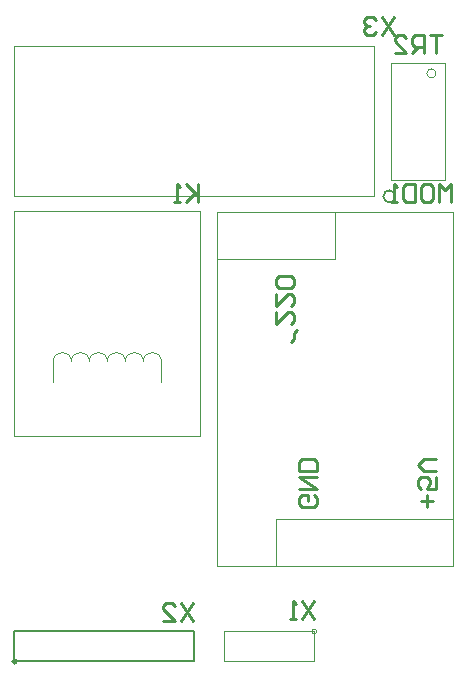
<source format=gbo>
G04*
G04 #@! TF.GenerationSoftware,Altium Limited,Altium Designer,20.2.5 (213)*
G04*
G04 Layer_Color=32896*
%FSLAX25Y25*%
%MOIN*%
G70*
G04*
G04 #@! TF.SameCoordinates,D46C28A9-7DA0-4B25-B7FC-F21E02E80399*
G04*
G04*
G04 #@! TF.FilePolarity,Positive*
G04*
G01*
G75*
%ADD10C,0.00800*%
%ADD11C,0.00400*%
%ADD13C,0.01000*%
%ADD58C,0.00200*%
D10*
X142000Y170000D02*
G03*
X142000Y170000I-2000J0D01*
G01*
X15707Y15000D02*
G03*
X15707Y15000I-707J0D01*
G01*
X15000D02*
Y25000D01*
X75000Y25000D01*
Y15000D02*
Y25000D01*
X15000Y15000D02*
X75000Y15000D01*
D11*
X115800Y25000D02*
G03*
X115800Y25000I-800J0D01*
G01*
X34000Y115000D02*
G03*
X28000Y115000I-3000J0D01*
G01*
X40000D02*
G03*
X34000Y115000I-3000J0D01*
G01*
X46000D02*
G03*
X40000Y115000I-3000J0D01*
G01*
X52000D02*
G03*
X46000Y115000I-3000J0D01*
G01*
X58000D02*
G03*
X52000Y115000I-3000J0D01*
G01*
X64000D02*
G03*
X58000Y115000I-3000J0D01*
G01*
X155500Y211000D02*
G03*
X155500Y211000I-1500J0D01*
G01*
X115000Y15000D02*
Y25000D01*
X85000Y15000D02*
X115000D01*
X85000D02*
Y25000D01*
X115000D01*
X15000Y170000D02*
X135000D01*
X15000D02*
Y220000D01*
X135000Y170000D02*
Y220000D01*
X15000D02*
X135000D01*
X28000Y108000D02*
Y115000D01*
X64000Y108000D02*
Y115000D01*
X77000Y90000D02*
Y165000D01*
X15000Y90000D02*
X77000D01*
X15000D02*
Y165000D01*
X77000D01*
X140500Y214500D02*
X158500D01*
X158500Y175500D02*
X158500Y214500D01*
X140500Y175500D02*
X158500Y175500D01*
X140500Y175500D02*
Y214500D01*
D13*
X115000Y34998D02*
X111001Y29000D01*
Y34998D02*
X115000Y29000D01*
X109002D02*
X107003D01*
X108002D01*
Y34998D01*
X109002Y33998D01*
X107156Y121598D02*
X108156Y122598D01*
Y124597D01*
X109155Y125597D01*
X102157Y131595D02*
Y127596D01*
X106156Y131595D01*
X107156D01*
X108156Y130596D01*
Y128596D01*
X107156Y127596D01*
X102157Y137593D02*
Y133595D01*
X106156Y137593D01*
X107156D01*
X108156Y136594D01*
Y134594D01*
X107156Y133595D01*
Y139593D02*
X108156Y140592D01*
Y142592D01*
X107156Y143591D01*
X103157D01*
X102157Y142592D01*
Y140592D01*
X103157Y139593D01*
X107156D01*
X152401Y66480D02*
Y70479D01*
X154400Y68480D02*
X150401D01*
X155400Y76477D02*
Y72478D01*
X152401D01*
X153400Y74478D01*
Y75477D01*
X152401Y76477D01*
X150401D01*
X149402Y75477D01*
Y73478D01*
X150401Y72478D01*
X155400Y78476D02*
X151401D01*
X149402Y80476D01*
X151401Y82475D01*
X155400D01*
X115030Y70479D02*
X116030Y69479D01*
Y67480D01*
X115030Y66480D01*
X111031D01*
X110031Y67480D01*
Y69479D01*
X111031Y70479D01*
X113031D01*
Y68480D01*
X110031Y72478D02*
X116030D01*
X110031Y76477D01*
X116030D01*
Y78476D02*
X110031D01*
Y81476D01*
X111031Y82475D01*
X115030D01*
X116030Y81476D01*
Y78476D01*
X141400Y229798D02*
X137401Y223800D01*
Y229798D02*
X141400Y223800D01*
X135402Y228798D02*
X134402Y229798D01*
X132403D01*
X131403Y228798D01*
Y227799D01*
X132403Y226799D01*
X133403D01*
X132403D01*
X131403Y225799D01*
Y224800D01*
X132403Y223800D01*
X134402D01*
X135402Y224800D01*
X76200Y174198D02*
Y168200D01*
Y170199D01*
X72201Y174198D01*
X75200Y171199D01*
X72201Y168200D01*
X70202D02*
X68203D01*
X69202D01*
Y174198D01*
X70202Y173198D01*
X157700Y223698D02*
X153701D01*
X155701D01*
Y217700D01*
X151702D02*
Y223698D01*
X148703D01*
X147703Y222698D01*
Y220699D01*
X148703Y219699D01*
X151702D01*
X149703D02*
X147703Y217700D01*
X141705D02*
X145704D01*
X141705Y221699D01*
Y222698D01*
X142705Y223698D01*
X144704D01*
X145704Y222698D01*
X74400Y34398D02*
X70401Y28400D01*
Y34398D02*
X74400Y28400D01*
X64403D02*
X68402D01*
X64403Y32399D01*
Y33398D01*
X65403Y34398D01*
X67402D01*
X68402Y33398D01*
X160442Y168150D02*
Y174148D01*
X158443Y172149D01*
X156444Y174148D01*
Y168150D01*
X151445Y174148D02*
X153445D01*
X154445Y173149D01*
Y169150D01*
X153445Y168150D01*
X151445D01*
X150446Y169150D01*
Y173149D01*
X151445Y174148D01*
X148446D02*
Y168150D01*
X145447D01*
X144448Y169150D01*
Y173149D01*
X145447Y174148D01*
X148446D01*
X142448Y168150D02*
X140449D01*
X141449D01*
Y174148D01*
X142448Y173149D01*
D58*
X102157Y62543D02*
X161213D01*
X102157Y46795D02*
Y62543D01*
X121843Y149158D02*
Y164906D01*
X82472Y149158D02*
X121843D01*
X82472D02*
X121843D01*
X161213Y46795D02*
Y164906D01*
X82472Y46795D02*
X161213D01*
X82472D02*
Y164906D01*
X161213D01*
M02*

</source>
